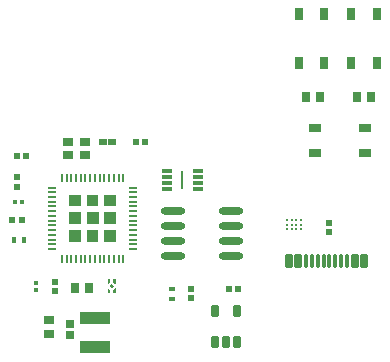
<source format=gtp>
G04*
G04 #@! TF.GenerationSoftware,Altium Limited,Altium Designer,23.9.2 (47)*
G04*
G04 Layer_Color=8421504*
%FSLAX44Y44*%
%MOMM*%
G71*
G04*
G04 #@! TF.SameCoordinates,250A9CB9-7403-4FF4-BB43-A60BEB693519*
G04*
G04*
G04 #@! TF.FilePolarity,Positive*
G04*
G01*
G75*
G04:AMPARAMS|DCode=16|XSize=0.24mm|YSize=0.24mm|CornerRadius=0mm|HoleSize=0mm|Usage=FLASHONLY|Rotation=225.000|XOffset=0mm|YOffset=0mm|HoleType=Round|Shape=Rectangle|*
%AMROTATEDRECTD16*
4,1,4,-0.0000,0.1697,0.1697,-0.0000,0.0000,-0.1697,-0.1697,0.0000,-0.0000,0.1697,0.0*
%
%ADD16ROTATEDRECTD16*%

%ADD17R,0.2000X1.6000*%
%ADD18R,0.6500X0.2200*%
%ADD19R,0.2200X0.6500*%
%ADD20R,1.0000X1.0000*%
%ADD21R,0.6500X0.7000*%
%ADD22R,0.9000X0.3000*%
%ADD23R,0.0500X1.4500*%
%ADD24R,0.5400X0.6000*%
%ADD25R,0.6000X0.5400*%
G04:AMPARAMS|DCode=26|XSize=0.6mm|YSize=1.05mm|CornerRadius=0.075mm|HoleSize=0mm|Usage=FLASHONLY|Rotation=180.000|XOffset=0mm|YOffset=0mm|HoleType=Round|Shape=RoundedRectangle|*
%AMROUNDEDRECTD26*
21,1,0.6000,0.9000,0,0,180.0*
21,1,0.4500,1.0500,0,0,180.0*
1,1,0.1500,-0.2250,0.4500*
1,1,0.1500,0.2250,0.4500*
1,1,0.1500,0.2250,-0.4500*
1,1,0.1500,-0.2250,-0.4500*
%
%ADD26ROUNDEDRECTD26*%
%ADD27O,2.0500X0.6000*%
%ADD28R,0.9000X0.8000*%
%ADD29R,0.4725X0.5153*%
%ADD30R,0.5153X0.4725*%
%ADD31R,0.5000X0.4000*%
%ADD32R,0.5200X0.5200*%
%ADD33R,2.5000X1.0000*%
%ADD34R,0.6062X0.6281*%
%ADD35R,0.3627X0.4541*%
%ADD36R,0.7500X0.9000*%
%ADD37R,0.9000X0.7500*%
%ADD38R,0.4000X0.5000*%
%ADD39R,0.4541X0.3627*%
%ADD40R,0.6631X0.5955*%
G04:AMPARAMS|DCode=41|XSize=0.6mm|YSize=1.15mm|CornerRadius=0.075mm|HoleSize=0mm|Usage=FLASHONLY|Rotation=0.000|XOffset=0mm|YOffset=0mm|HoleType=Round|Shape=RoundedRectangle|*
%AMROUNDEDRECTD41*
21,1,0.6000,1.0000,0,0,0.0*
21,1,0.4500,1.1500,0,0,0.0*
1,1,0.1500,0.2250,-0.5000*
1,1,0.1500,-0.2250,-0.5000*
1,1,0.1500,-0.2250,0.5000*
1,1,0.1500,0.2250,0.5000*
%
%ADD41ROUNDEDRECTD41*%
G04:AMPARAMS|DCode=42|XSize=0.3mm|YSize=1.15mm|CornerRadius=0.0375mm|HoleSize=0mm|Usage=FLASHONLY|Rotation=0.000|XOffset=0mm|YOffset=0mm|HoleType=Round|Shape=RoundedRectangle|*
%AMROUNDEDRECTD42*
21,1,0.3000,1.0750,0,0,0.0*
21,1,0.2250,1.1500,0,0,0.0*
1,1,0.0750,0.1125,-0.5375*
1,1,0.0750,-0.1125,-0.5375*
1,1,0.0750,-0.1125,0.5375*
1,1,0.0750,0.1125,0.5375*
%
%ADD42ROUNDEDRECTD42*%
%ADD43R,1.0500X0.6500*%
%ADD44C,0.2500*%
%ADD45R,0.6500X1.0500*%
%ADD46R,0.7581X0.8121*%
G36*
X167350Y128436D02*
X157350D01*
Y138436D01*
X167350D01*
Y128436D01*
D02*
G37*
G36*
X152350D02*
X142350D01*
Y138436D01*
X152350D01*
Y128436D01*
D02*
G37*
G36*
X137350D02*
X127350D01*
Y138436D01*
X137350D01*
Y128436D01*
D02*
G37*
G36*
X167350Y113436D02*
X157350D01*
Y123436D01*
X167350D01*
Y113436D01*
D02*
G37*
G36*
X137350D02*
X127350D01*
Y123436D01*
X137350D01*
Y113436D01*
D02*
G37*
G36*
X167350Y98436D02*
X157350D01*
Y108436D01*
X167350D01*
Y98436D01*
D02*
G37*
G36*
X152350D02*
X142350D01*
Y108436D01*
X152350D01*
Y98436D01*
D02*
G37*
G36*
X137350D02*
X127350D01*
Y108436D01*
X137350D01*
Y98436D01*
D02*
G37*
G36*
X166690Y66870D02*
X166790D01*
X166973Y66794D01*
X167114Y66653D01*
X167190Y66470D01*
Y66370D01*
X167190Y66370D01*
Y62670D01*
X166590D01*
X164990Y64270D01*
Y66370D01*
Y66470D01*
X165066Y66653D01*
X165207Y66794D01*
X165391Y66870D01*
X165490D01*
Y66870D01*
X166690Y66870D01*
D02*
G37*
G36*
X161890D02*
X161990D01*
X162173Y66794D01*
X162314Y66653D01*
X162390Y66470D01*
Y66370D01*
X162390Y64270D01*
X160790Y62670D01*
X160190D01*
X160190Y66370D01*
Y66470D01*
X160266Y66653D01*
X160407Y66794D01*
X160591Y66870D01*
X160690D01*
X161890Y66870D01*
Y66870D01*
D02*
G37*
G36*
X167190Y55370D02*
X167190Y55370D01*
Y55271D01*
X167114Y55087D01*
X166973Y54946D01*
X166789Y54870D01*
X165391D01*
X165207Y54946D01*
X165066Y55087D01*
X164990Y55271D01*
Y55370D01*
Y57470D01*
X166590Y59070D01*
X167190D01*
X167190Y55370D01*
D02*
G37*
G36*
X162390Y57470D02*
X162390Y55370D01*
Y55271D01*
X162314Y55087D01*
X162173Y54946D01*
X161990Y54870D01*
X160591D01*
X160407Y54946D01*
X160266Y55087D01*
X160190Y55271D01*
Y55370D01*
Y55370D01*
X160190Y59070D01*
X160790D01*
X162390Y57470D01*
D02*
G37*
D16*
X163690Y60882D02*
D03*
D17*
X223520Y151130D02*
D03*
D18*
X181600Y144436D02*
D03*
Y140436D02*
D03*
Y136436D02*
D03*
Y132436D02*
D03*
Y128436D02*
D03*
Y124436D02*
D03*
Y120436D02*
D03*
Y116436D02*
D03*
Y112436D02*
D03*
Y108436D02*
D03*
Y104436D02*
D03*
Y100436D02*
D03*
Y96436D02*
D03*
Y92436D02*
D03*
X113100D02*
D03*
Y96436D02*
D03*
Y100436D02*
D03*
Y104436D02*
D03*
Y108436D02*
D03*
Y112436D02*
D03*
Y116436D02*
D03*
Y120436D02*
D03*
Y124436D02*
D03*
Y128436D02*
D03*
Y132436D02*
D03*
Y136436D02*
D03*
Y140436D02*
D03*
Y144436D02*
D03*
D19*
X121350Y152686D02*
D03*
X125350D02*
D03*
X129350D02*
D03*
X133350D02*
D03*
X137350D02*
D03*
X141350D02*
D03*
X145350D02*
D03*
X149350D02*
D03*
X153350D02*
D03*
X157351D02*
D03*
X161350D02*
D03*
X165350D02*
D03*
X169350D02*
D03*
X173350D02*
D03*
Y84186D02*
D03*
X169350D02*
D03*
X165350D02*
D03*
X161350D02*
D03*
X157351D02*
D03*
X153350D02*
D03*
X149350D02*
D03*
X145350D02*
D03*
X141350D02*
D03*
X137350D02*
D03*
X133350D02*
D03*
X129350D02*
D03*
X125350D02*
D03*
X121350D02*
D03*
D20*
X147350Y118436D02*
D03*
D21*
X128270Y19380D02*
D03*
Y28880D02*
D03*
D22*
X237020Y158630D02*
D03*
Y153630D02*
D03*
Y148630D02*
D03*
Y143630D02*
D03*
X210020Y158630D02*
D03*
Y153630D02*
D03*
Y148630D02*
D03*
Y143630D02*
D03*
D23*
X223520Y151130D02*
D03*
D24*
X83183Y171607D02*
D03*
X91384D02*
D03*
D25*
X83271Y144937D02*
D03*
Y153137D02*
D03*
D26*
X250850Y13420D02*
D03*
X260350D02*
D03*
X269850D02*
D03*
Y39920D02*
D03*
X250850D02*
D03*
D27*
X264280Y86360D02*
D03*
Y99060D02*
D03*
Y111760D02*
D03*
Y124460D02*
D03*
X215780Y86360D02*
D03*
Y99060D02*
D03*
Y111760D02*
D03*
Y124460D02*
D03*
D28*
X127000Y171690D02*
D03*
X141000Y182690D02*
D03*
X127000D02*
D03*
X141000Y171690D02*
D03*
D29*
X231140Y50770D02*
D03*
Y58341D02*
D03*
D30*
X270510Y58420D02*
D03*
X262939D02*
D03*
X184175Y182880D02*
D03*
X191746D02*
D03*
D31*
X214888Y58193D02*
D03*
Y50193D02*
D03*
D32*
X79474Y116671D02*
D03*
X87473D02*
D03*
D33*
X149523Y9090D02*
D03*
Y34090D02*
D03*
D34*
X115570Y64850D02*
D03*
Y57070D02*
D03*
X347243Y114380D02*
D03*
Y106600D02*
D03*
D35*
X99254Y63500D02*
D03*
Y57414D02*
D03*
D36*
X144780Y59690D02*
D03*
X132780D02*
D03*
D37*
X110490Y20670D02*
D03*
Y32670D02*
D03*
D38*
X80934Y100395D02*
D03*
X88933D02*
D03*
D39*
X81701Y132236D02*
D03*
X87787D02*
D03*
D40*
X155955Y183011D02*
D03*
X164085D02*
D03*
D41*
X377440Y82195D02*
D03*
X369440D02*
D03*
X313440D02*
D03*
X321440D02*
D03*
D42*
X362940D02*
D03*
X357940D02*
D03*
X327940D02*
D03*
X332940D02*
D03*
X337940D02*
D03*
X352940D02*
D03*
X347940D02*
D03*
X342940D02*
D03*
D43*
X377620Y173400D02*
D03*
X336120D02*
D03*
X377620Y194900D02*
D03*
X336120D02*
D03*
D44*
X324040Y109030D02*
D03*
X320040D02*
D03*
X316040D02*
D03*
X312040D02*
D03*
X324040Y113030D02*
D03*
X320040D02*
D03*
X316040D02*
D03*
X312040D02*
D03*
X324040Y117030D02*
D03*
X320040D02*
D03*
X316040D02*
D03*
X312040D02*
D03*
D45*
X387940Y291260D02*
D03*
Y249760D02*
D03*
X366440Y291260D02*
D03*
Y249760D02*
D03*
X321990D02*
D03*
Y291260D02*
D03*
X343490Y249760D02*
D03*
Y291260D02*
D03*
D46*
X340360Y220980D02*
D03*
X327820D02*
D03*
X383460D02*
D03*
X370920D02*
D03*
M02*

</source>
